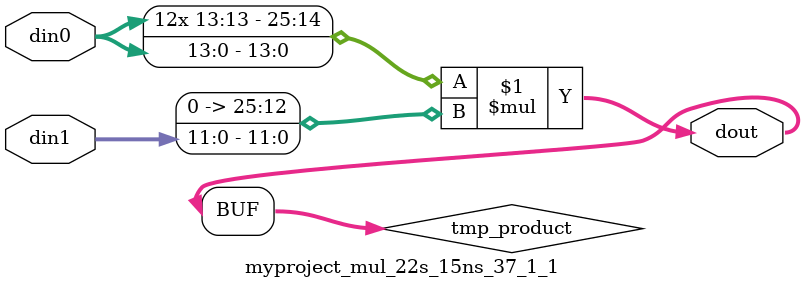
<source format=v>

`timescale 1 ns / 1 ps

  module myproject_mul_22s_15ns_37_1_1(din0, din1, dout);
parameter ID = 1;
parameter NUM_STAGE = 0;
parameter din0_WIDTH = 14;
parameter din1_WIDTH = 12;
parameter dout_WIDTH = 26;

input [din0_WIDTH - 1 : 0] din0; 
input [din1_WIDTH - 1 : 0] din1; 
output [dout_WIDTH - 1 : 0] dout;

wire signed [dout_WIDTH - 1 : 0] tmp_product;












assign tmp_product = $signed(din0) * $signed({1'b0, din1});









assign dout = tmp_product;







endmodule

</source>
